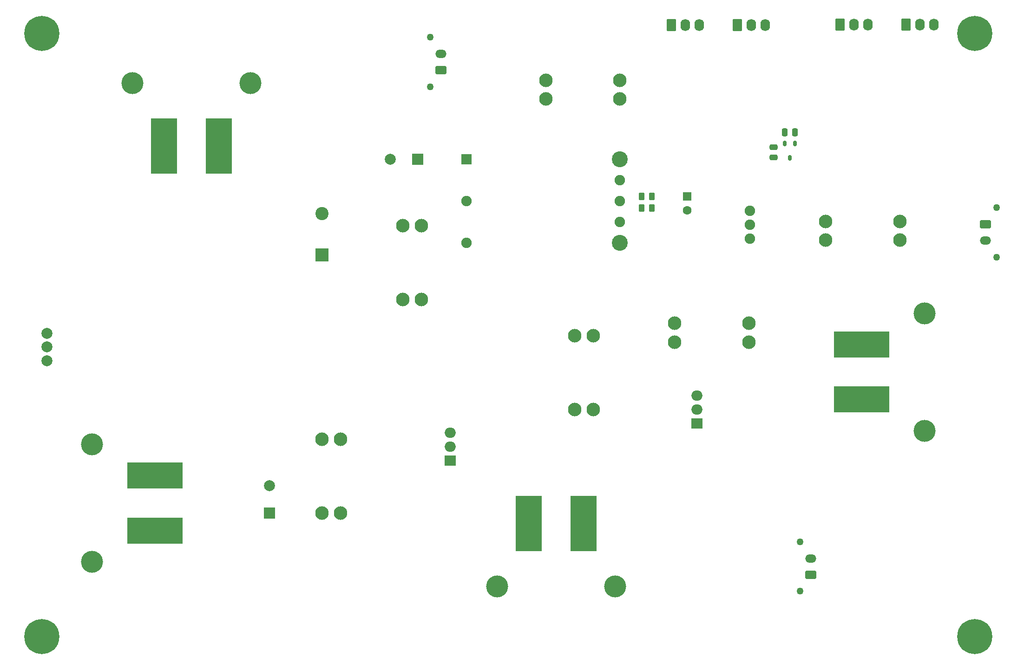
<source format=gbs>
G04 #@! TF.GenerationSoftware,KiCad,Pcbnew,(6.0.6)*
G04 #@! TF.CreationDate,2023-04-23T19:49:20-02:30*
G04 #@! TF.ProjectId,PowerDistributionBoard,506f7765-7244-4697-9374-726962757469,rev?*
G04 #@! TF.SameCoordinates,Original*
G04 #@! TF.FileFunction,Soldermask,Bot*
G04 #@! TF.FilePolarity,Negative*
%FSLAX46Y46*%
G04 Gerber Fmt 4.6, Leading zero omitted, Abs format (unit mm)*
G04 Created by KiCad (PCBNEW (6.0.6)) date 2023-04-23 19:49:20*
%MOMM*%
%LPD*%
G01*
G04 APERTURE LIST*
G04 Aperture macros list*
%AMRoundRect*
0 Rectangle with rounded corners*
0 $1 Rounding radius*
0 $2 $3 $4 $5 $6 $7 $8 $9 X,Y pos of 4 corners*
0 Add a 4 corners polygon primitive as box body*
4,1,4,$2,$3,$4,$5,$6,$7,$8,$9,$2,$3,0*
0 Add four circle primitives for the rounded corners*
1,1,$1+$1,$2,$3*
1,1,$1+$1,$4,$5*
1,1,$1+$1,$6,$7*
1,1,$1+$1,$8,$9*
0 Add four rect primitives between the rounded corners*
20,1,$1+$1,$2,$3,$4,$5,0*
20,1,$1+$1,$4,$5,$6,$7,0*
20,1,$1+$1,$6,$7,$8,$9,0*
20,1,$1+$1,$8,$9,$2,$3,0*%
G04 Aperture macros list end*
%ADD10R,1.600000X1.600000*%
%ADD11C,1.600000*%
%ADD12R,2.000000X1.905000*%
%ADD13O,2.000000X1.905000*%
%ADD14C,1.270000*%
%ADD15RoundRect,0.250001X0.759999X-0.499999X0.759999X0.499999X-0.759999X0.499999X-0.759999X-0.499999X0*%
%ADD16O,2.020000X1.500000*%
%ADD17R,2.400000X2.400000*%
%ADD18C,2.400000*%
%ADD19C,4.000000*%
%ADD20R,4.800000X5.100000*%
%ADD21C,2.470000*%
%ADD22R,5.100000X4.800000*%
%ADD23RoundRect,0.250001X-0.759999X0.499999X-0.759999X-0.499999X0.759999X-0.499999X0.759999X0.499999X0*%
%ADD24RoundRect,0.250000X-0.620000X-0.845000X0.620000X-0.845000X0.620000X0.845000X-0.620000X0.845000X0*%
%ADD25O,1.740000X2.190000*%
%ADD26C,2.000000*%
%ADD27C,0.800000*%
%ADD28C,6.400000*%
%ADD29R,1.905000X1.905000*%
%ADD30C,1.905000*%
%ADD31C,2.895600*%
%ADD32C,1.900000*%
%ADD33R,2.000000X2.000000*%
%ADD34RoundRect,0.175000X-0.175000X-0.325000X0.175000X-0.325000X0.175000X0.325000X-0.175000X0.325000X0*%
%ADD35RoundRect,0.250000X0.250000X0.475000X-0.250000X0.475000X-0.250000X-0.475000X0.250000X-0.475000X0*%
%ADD36RoundRect,0.250000X-0.262500X-0.450000X0.262500X-0.450000X0.262500X0.450000X-0.262500X0.450000X0*%
%ADD37RoundRect,0.250000X0.475000X-0.250000X0.475000X0.250000X-0.475000X0.250000X-0.475000X-0.250000X0*%
%ADD38RoundRect,0.250000X0.262500X0.450000X-0.262500X0.450000X-0.262500X-0.450000X0.262500X-0.450000X0*%
G04 APERTURE END LIST*
D10*
X162575000Y-59792621D03*
D11*
X162575000Y-62292621D03*
D12*
X164345000Y-101190000D03*
D13*
X164345000Y-98650000D03*
X164345000Y-96110000D03*
D12*
X119400000Y-107900000D03*
D13*
X119400000Y-105360000D03*
X119400000Y-102820000D03*
D14*
X183175000Y-131750000D03*
X183175000Y-122750000D03*
D15*
X185135000Y-128750000D03*
D16*
X185135000Y-125750000D03*
D17*
X96070000Y-70382755D03*
D18*
X96070000Y-62882755D03*
D19*
X61520000Y-39080000D03*
X82980000Y-39080000D03*
D20*
X67250000Y-53080000D03*
X67250000Y-48080000D03*
X77250000Y-53080000D03*
X77250000Y-48080000D03*
D21*
X173825000Y-86300000D03*
X173825000Y-82900000D03*
X160325000Y-82900000D03*
X160325000Y-86300000D03*
D19*
X205870000Y-102505000D03*
X205870000Y-81045000D03*
D22*
X196870000Y-86775000D03*
X191870000Y-86775000D03*
X196870000Y-96775000D03*
X191870000Y-96775000D03*
D21*
X145450000Y-98625000D03*
X142050000Y-98625000D03*
X142050000Y-85125000D03*
X145450000Y-85125000D03*
D19*
X127970000Y-130870000D03*
X149430000Y-130870000D03*
D20*
X143700000Y-121870000D03*
X143700000Y-116870000D03*
X133700000Y-116870000D03*
X133700000Y-121870000D03*
D14*
X115715000Y-39750000D03*
X115715000Y-30750000D03*
D15*
X117675000Y-36750000D03*
D16*
X117675000Y-33750000D03*
D14*
X218925000Y-61800000D03*
X218925000Y-70800000D03*
D23*
X216965000Y-64800000D03*
D16*
X216965000Y-67800000D03*
D24*
X202450000Y-28450000D03*
D25*
X204990000Y-28450000D03*
X207530000Y-28450000D03*
D26*
X45925000Y-84700000D03*
X45925000Y-87200000D03*
X45925000Y-89700000D03*
D21*
X136825000Y-41950000D03*
X136825000Y-38550000D03*
X150325000Y-41950000D03*
X150325000Y-38550000D03*
X201325000Y-64300000D03*
X201325000Y-67700000D03*
X187825000Y-64300000D03*
X187825000Y-67700000D03*
D27*
X42600000Y-140000000D03*
X45000000Y-142400000D03*
D28*
X45000000Y-140000000D03*
D27*
X45000000Y-137600000D03*
X47400000Y-140000000D03*
X46697056Y-138302944D03*
X46697056Y-141697056D03*
X43302944Y-138302944D03*
X43302944Y-141697056D03*
D21*
X110725000Y-65075000D03*
X114125000Y-65075000D03*
X110725000Y-78575000D03*
X114125000Y-78575000D03*
D24*
X171710000Y-28520000D03*
D25*
X174250000Y-28520000D03*
X176790000Y-28520000D03*
D21*
X96025000Y-117500000D03*
X99425000Y-117500000D03*
X96025000Y-104000000D03*
X99425000Y-104000000D03*
D27*
X215000000Y-137600000D03*
X217400000Y-140000000D03*
X216697056Y-138302944D03*
X213302944Y-138302944D03*
X216697056Y-141697056D03*
X212600000Y-140000000D03*
X213302944Y-141697056D03*
X215000000Y-142400000D03*
D28*
X215000000Y-140000000D03*
D24*
X190450000Y-28450000D03*
D25*
X192990000Y-28450000D03*
X195530000Y-28450000D03*
D29*
X122363210Y-52955000D03*
D30*
X122363210Y-60575000D03*
X122363210Y-68195000D03*
D31*
X150303210Y-68195000D03*
D30*
X150303210Y-64385000D03*
X150303210Y-60575000D03*
X150303210Y-56765000D03*
D31*
X150303210Y-52955000D03*
D28*
X215000000Y-30000000D03*
D27*
X215000000Y-27600000D03*
X213302944Y-28302944D03*
X216697056Y-31697056D03*
X212600000Y-30000000D03*
X213302944Y-31697056D03*
X217400000Y-30000000D03*
X216697056Y-28302944D03*
X215000000Y-32400000D03*
D28*
X45000000Y-30000000D03*
D27*
X45000000Y-27600000D03*
X43302944Y-31697056D03*
X46697056Y-28302944D03*
X45000000Y-32400000D03*
X42600000Y-30000000D03*
X46697056Y-31697056D03*
X43302944Y-28302944D03*
X47400000Y-30000000D03*
D32*
X174000000Y-62410000D03*
X174000000Y-64950000D03*
X174000000Y-67490000D03*
D24*
X159710000Y-28520000D03*
D25*
X162250000Y-28520000D03*
X164790000Y-28520000D03*
D19*
X54080000Y-126405000D03*
X54080000Y-104945000D03*
D22*
X63080000Y-120675000D03*
X68080000Y-120675000D03*
X63080000Y-110675000D03*
X68080000Y-110675000D03*
D33*
X86425000Y-117525000D03*
D26*
X86425000Y-112525000D03*
D33*
X113475000Y-52975000D03*
D26*
X108475000Y-52975000D03*
D34*
X180325000Y-50100000D03*
X182225000Y-50100000D03*
X181275000Y-52700000D03*
D35*
X182225000Y-48075000D03*
X180325000Y-48075000D03*
D36*
X154287500Y-61850000D03*
X156112500Y-61850000D03*
D37*
X178325000Y-52675000D03*
X178325000Y-50775000D03*
D38*
X156112500Y-59750000D03*
X154287500Y-59750000D03*
M02*

</source>
